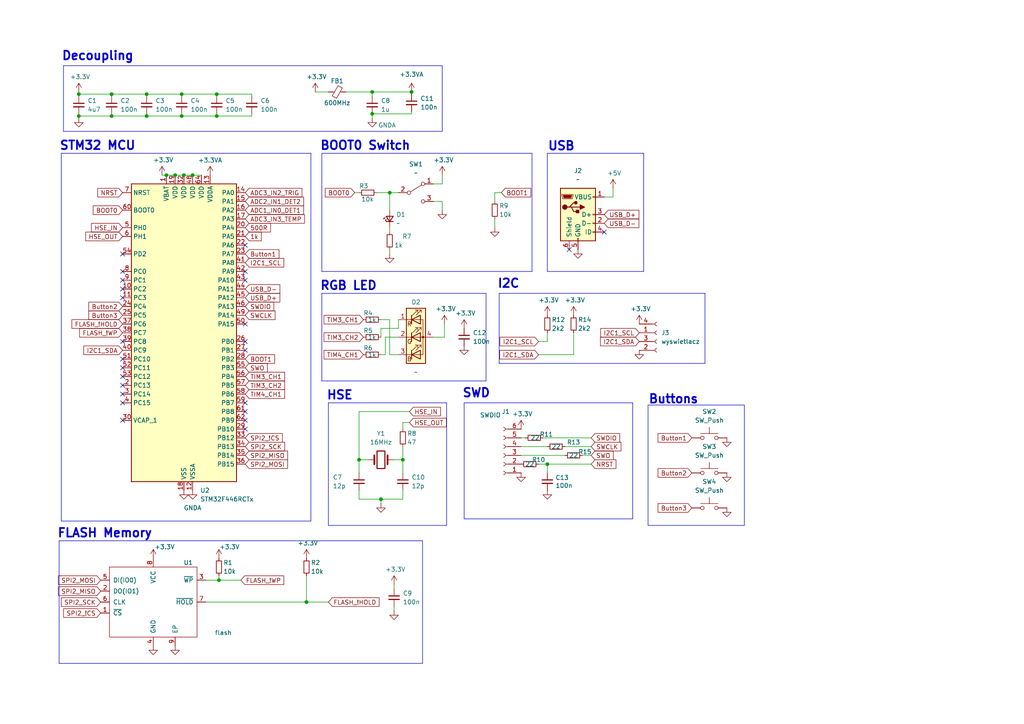
<source format=kicad_sch>
(kicad_sch (version 20231120) (generator "eeschema") (generator_version "8.0")
  (paper "A4")
  (lib_symbols
    (symbol "Connector:Conn_01x04_Socket" (pin_names (offset 1.016) hide)
      (property "Reference" "J3" (at 1.27 0.0001 0))
      (property "Value" "wyswietlacz" (at 1.27 -2.5399 0))
      (symbol "Conn_01x04_Socket_1_1"
        (pin passive line (at -5.08 0 0) (length 3.81) (name "Pin_2") (number "1"))
        (pin passive line (at -5.08 -5.08 0) (length 3.81) (name "Pin_4") (number "2"))
        (pin passive line (at -5.08 -2.54 0) (length 3.81) (name "Pin_3") (number "3"))
        (pin passive line (at -5.08 2.54 0) (length 3.81) (name "Pin_1") (number "4"))
      )
    )
    (symbol "Connector:Conn_01x06_Socket" (pin_names (offset 1.016) hide)
      (property "Reference" "J" (at 0 7.62 0))
      (property "Value" "Conn_01x06_Socket" (at 0 -10.16 0))
      (symbol "Conn_01x06_Socket_1_1"
        (pin passive line (at -5.08 5.08 0) (length 3.81) (name "Pin_1") (number "1"))
        (pin passive line (at -5.08 2.54 0) (length 3.81) (name "Pin_2") (number "2"))
        (pin passive line (at -5.08 0 0) (length 3.81) (name "Pin_3") (number "3"))
        (pin passive line (at -5.08 -2.54 0) (length 3.81) (name "Pin_4") (number "4"))
        (pin passive line (at -5.08 -5.08 0) (length 3.81) (name "Pin_5") (number "5"))
        (pin passive line (at -5.08 -7.62 0) (length 3.81) (name "Pin_6") (number "6"))
      )
    )
    (symbol "Device:C_Small" (pin_numbers hide) (pin_names (offset 0.254) hide)
      (property "Reference" "C" (at 0.254 1.778 0))
      (property "Value" "C_Small" (at 0.254 -2.032 0))
      (symbol "C_Small_1_1"
        (pin passive line (at 0 2.54 270) (length 2.032) (name "~") (number "1"))
        (pin passive line (at 0 -2.54 90) (length 2.032) (name "~") (number "2"))
      )
    )
    (symbol "Device:Crystal" (pin_numbers hide) (pin_names (offset 1.016) hide)
      (property "Reference" "Y" (at 0 3.81 0))
      (property "Value" "Crystal" (at 0 -3.81 0))
      (symbol "Crystal_1_1"
        (pin passive line (at -3.81 0 0) (length 1.27) (name "1") (number "1"))
        (pin passive line (at 3.81 0 180) (length 1.27) (name "2") (number "2"))
      )
    )
    (symbol "Device:LED_RGBA" (pin_names (offset 0) hide)
      (property "Reference" "D" (at 0 9.398 0))
      (property "Value" "LED_RGBA" (at 0 -8.89 0))
      (symbol "LED_RGBA_0_0"
        (text "B" (at -1.905 -6.35 0) (effects (font (size 1.27 1.27))))
        (text "G" (at -1.905 -1.27 0) (effects (font (size 1.27 1.27))))
        (text "R" (at -1.905 3.81 0) (effects (font (size 1.27 1.27))))
      )
      (symbol "LED_RGBA_1_1"
        (pin passive line (at -5.08 5.08 0) (length 2.54) (name "RK") (number "1"))
        (pin passive line (at -5.08 0 0) (length 2.54) (name "GK") (number "2"))
        (pin passive line (at -5.08 -5.08 0) (length 2.54) (name "BK") (number "3"))
        (pin passive line (at 5.08 0 180) (length 2.54) (name "A") (number "4"))
      )
    )
    (symbol "Device:LED_Small" (pin_numbers hide) (pin_names (offset 0.254) hide)
      (property "Reference" "D" (at -1.27 3.175 0))
      (property "Value" "LED_Small" (at -4.445 -2.54 0))
      (symbol "LED_Small_1_1"
        (pin passive line (at -2.54 0 0) (length 1.778) (name "K") (number "1"))
        (pin passive line (at 2.54 0 180) (length 1.778) (name "A") (number "2"))
      )
    )
    (symbol "Device:R_Small" (pin_numbers hide) (pin_names (offset 0.254) hide)
      (property "Reference" "R" (at 0.762 0.508 0))
      (property "Value" "R_Small" (at 0.762 -1.016 0))
      (symbol "R_Small_1_1"
        (pin passive line (at 0 2.54 270) (length 0.762) (name "~") (number "1"))
        (pin passive line (at 0 -2.54 90) (length 0.762) (name "~") (number "2"))
      )
    )
    (symbol "GND_1" (power) (pin_numbers hide) (pin_names (offset 0) hide)
      (property "Value" "GND" (at 0 -3.81 0))
      (symbol "GND_1_1_1"
        (pin power_in line (at 0 0 270) (length 0) (name "~") (number "1"))
      )
    )
    (symbol "MCU_ST_STM32F4:STM32F446RCTx"
      (property "Reference" "U" (at -15.24 44.45 0))
      (property "Value" "STM32F446RCTx" (at 10.16 44.45 0))
      (symbol "STM32F446RCTx_1_1"
        (pin power_in line (at -5.08 45.72 270) (length 2.54) (name "VBAT") (number "1"))
        (pin bidirectional line (at -17.78 12.7 0) (length 2.54) (name "PC2") (number "10"))
        (pin bidirectional line (at -17.78 10.16 0) (length 2.54) (name "PC3") (number "11"))
        (pin power_in line (at 2.54 -45.72 90) (length 2.54) (name "VSSA") (number "12"))
        (pin power_in line (at 7.62 45.72 270) (length 2.54) (name "VDDA") (number "13"))
        (pin bidirectional line (at 17.78 40.64 180) (length 2.54) (name "PA0") (number "14"))
        (pin bidirectional line (at 17.78 38.1 180) (length 2.54) (name "PA1") (number "15"))
        (pin bidirectional line (at 17.78 35.56 180) (length 2.54) (name "PA2") (number "16"))
        (pin bidirectional line (at 17.78 33.02 180) (length 2.54) (name "PA3") (number "17"))
        (pin power_in line (at 0 -45.72 90) (length 2.54) (name "VSS") (number "18"))
        (pin power_in line (at -2.54 45.72 270) (length 2.54) (name "VDD") (number "19"))
        (pin bidirectional line (at -17.78 -15.24 0) (length 2.54) (name "PC13") (number "2"))
        (pin bidirectional line (at 17.78 30.48 180) (length 2.54) (name "PA4") (number "20"))
        (pin bidirectional line (at 17.78 27.94 180) (length 2.54) (name "PA5") (number "21"))
        (pin bidirectional line (at 17.78 25.4 180) (length 2.54) (name "PA6") (number "22"))
        (pin bidirectional line (at 17.78 22.86 180) (length 2.54) (name "PA7") (number "23"))
        (pin bidirectional line (at -17.78 7.62 0) (length 2.54) (name "PC4") (number "24"))
        (pin bidirectional line (at -17.78 5.08 0) (length 2.54) (name "PC5") (number "25"))
        (pin bidirectional line (at 17.78 -2.54 180) (length 2.54) (name "PB0") (number "26"))
        (pin bidirectional line (at 17.78 -5.08 180) (length 2.54) (name "PB1") (number "27"))
        (pin bidirectional line (at 17.78 -7.62 180) (length 2.54) (name "PB2") (number "28"))
        (pin bidirectional line (at 17.78 -27.94 180) (length 2.54) (name "PB10") (number "29"))
        (pin bidirectional line (at -17.78 -17.78 0) (length 2.54) (name "PC14") (number "3"))
        (pin power_out line (at -17.78 -25.4 0) (length 2.54) (name "VCAP_1") (number "30"))
        (pin passive line (at 0 -45.72 90) (length 2.54) hide (name "VSS") (number "31"))
        (pin power_in line (at 0 45.72 270) (length 2.54) (name "VDD") (number "32"))
        (pin bidirectional line (at 17.78 -30.48 180) (length 2.54) (name "PB12") (number "33"))
        (pin bidirectional line (at 17.78 -33.02 180) (length 2.54) (name "PB13") (number "34"))
        (pin bidirectional line (at 17.78 -35.56 180) (length 2.54) (name "PB14") (number "35"))
        (pin bidirectional line (at 17.78 -38.1 180) (length 2.54) (name "PB15") (number "36"))
        (pin bidirectional line (at -17.78 2.54 0) (length 2.54) (name "PC6") (number "37"))
        (pin bidirectional line (at -17.78 0 0) (length 2.54) (name "PC7") (number "38"))
        (pin bidirectional line (at -17.78 -2.54 0) (length 2.54) (name "PC8") (number "39"))
        (pin bidirectional line (at -17.78 -20.32 0) (length 2.54) (name "PC15") (number "4"))
        (pin bidirectional line (at -17.78 -5.08 0) (length 2.54) (name "PC9") (number "40"))
        (pin bidirectional line (at 17.78 20.32 180) (length 2.54) (name "PA8") (number "41"))
        (pin bidirectional line (at 17.78 17.78 180) (length 2.54) (name "PA9") (number "42"))
        (pin bidirectional line (at 17.78 15.24 180) (length 2.54) (name "PA10") (number "43"))
        (pin bidirectional line (at 17.78 12.7 180) (length 2.54) (name "PA11") (number "44"))
        (pin bidirectional line (at 17.78 10.16 180) (length 2.54) (name "PA12") (number "45"))
        (pin bidirectional line (at 17.78 7.62 180) (length 2.54) (name "PA13") (number "46"))
        (pin passive line (at 0 -45.72 90) (length 2.54) hide (name "VSS") (number "47"))
        (pin power_in line (at 2.54 45.72 270) (length 2.54) (name "VDD") (number "48"))
        (pin bidirectional line (at 17.78 5.08 180) (length 2.54) (name "PA14") (number "49"))
        (pin bidirectional line (at -17.78 30.48 0) (length 2.54) (name "PH0") (number "5"))
        (pin bidirectional line (at 17.78 2.54 180) (length 2.54) (name "PA15") (number "50"))
        (pin bidirectional line (at -17.78 -7.62 0) (length 2.54) (name "PC10") (number "51"))
        (pin bidirectional line (at -17.78 -10.16 0) (length 2.54) (name "PC11") (number "52"))
        (pin bidirectional line (at -17.78 -12.7 0) (length 2.54) (name "PC12") (number "53"))
        (pin bidirectional line (at -17.78 22.86 0) (length 2.54) (name "PD2") (number "54"))
        (pin bidirectional line (at 17.78 -10.16 180) (length 2.54) (name "PB3") (number "55"))
        (pin bidirectional line (at 17.78 -12.7 180) (length 2.54) (name "PB4") (number "56"))
        (pin bidirectional line (at 17.78 -15.24 180) (length 2.54) (name "PB5") (number "57"))
        (pin bidirectional line (at 17.78 -17.78 180) (length 2.54) (name "PB6") (number "58"))
        (pin bidirectional line (at 17.78 -20.32 180) (length 2.54) (name "PB7") (number "59"))
        (pin bidirectional line (at -17.78 27.94 0) (length 2.54) (name "PH1") (number "6"))
        (pin input line (at -17.78 35.56 0) (length 2.54) (name "BOOT0") (number "60"))
        (pin bidirectional line (at 17.78 -22.86 180) (length 2.54) (name "PB8") (number "61"))
        (pin bidirectional line (at 17.78 -25.4 180) (length 2.54) (name "PB9") (number "62"))
        (pin passive line (at 0 -45.72 90) (length 2.54) hide (name "VSS") (number "63"))
        (pin power_in line (at 5.08 45.72 270) (length 2.54) (name "VDD") (number "64"))
        (pin input line (at -17.78 40.64 0) (length 2.54) (name "NRST") (number "7"))
        (pin bidirectional line (at -17.78 17.78 0) (length 2.54) (name "PC0") (number "8"))
        (pin bidirectional line (at -17.78 15.24 0) (length 2.54) (name "PC1") (number "9"))
      )
    )
    (symbol "RBoard-rescue:+3.3V-power" (power) (pin_names (offset 0))
      (property "Value" "+3.3V-power" (at 0 3.556 0))
      (symbol "+3.3V-power_1_1"
        (pin power_in line (at 0 0 90) (length 0) hide (name "+3V3") (number "1"))
      )
    )
    (symbol "RBoard-rescue:Ferrite_Bead_Small-Device" (pin_numbers hide) (pin_names (offset 0))
      (property "Reference" "FB" (at 1.905 1.27 0))
      (property "Value" "Ferrite_Bead_Small-Device" (at 1.905 -1.27 0))
      (symbol "Ferrite_Bead_Small-Device_1_1"
        (pin passive line (at 0 2.54 270) (length 1.27) (name "~") (number "1"))
        (pin passive line (at 0 -2.54 90) (length 1.27) (name "~") (number "2"))
      )
    )
    (symbol "RBoard-rescue:USB_B_Micro-Connector" (pin_names (offset 1.016))
      (property "Reference" "J" (at -5.08 11.43 0))
      (property "Value" "USB_B_Micro-Connector" (at -5.08 8.89 0))
      (symbol "USB_B_Micro-Connector_1_1"
        (pin power_out line (at 7.62 5.08 180) (length 2.54) (name "VBUS") (number "1"))
        (pin passive line (at 7.62 -2.54 180) (length 2.54) (name "D-") (number "2"))
        (pin passive line (at 7.62 0 180) (length 2.54) (name "D+") (number "3"))
        (pin passive line (at 7.62 -5.08 180) (length 2.54) (name "ID") (number "4"))
        (pin power_out line (at 0 -10.16 90) (length 2.54) (name "GND") (number "5"))
        (pin passive line (at -2.54 -10.16 90) (length 2.54) (name "Shield") (number "6"))
      )
    )
    (symbol "RBoard-rescue:W25N01GVZEIG-SchmillipKiCADLibrary" (pin_names (offset 1.016))
      (property "Reference" "U" (at 12.065 11.43 0))
      (property "Value" "W25N01GVZEIG-SchmillipKiCADLibrary" (at 7.62 -11.43 0))
      (symbol "W25N01GVZEIG-SchmillipKiCADLibrary_1_1"
        (pin input line (at -15.24 -3.175 0) (length 2.54) (name "~{CS}") (number "1"))
        (pin output line (at -15.24 3.175 0) (length 2.54) (name "DO(IO1)") (number "2"))
        (pin input line (at 15.24 6.35 180) (length 2.54) (name "~{WP}") (number "3"))
        (pin power_in line (at 0 -12.7 90) (length 2.54) (name "GND") (number "4"))
        (pin input line (at -15.24 6.35 0) (length 2.54) (name "DI(IO0)") (number "5"))
        (pin input line (at -15.24 0 0) (length 2.54) (name "CLK") (number "6"))
        (pin input line (at 15.24 0 180) (length 2.54) (name "~{HOLD}") (number "7"))
        (pin power_in line (at 0 12.7 270) (length 2.54) (name "VCC") (number "8"))
        (pin unspecified line (at 6.35 -12.7 90) (length 2.54) (name "EP") (number "9"))
      )
    )
    (symbol "Switch:SW_Push" (pin_numbers hide) (pin_names (offset 1.016) hide)
      (property "Reference" "SW" (at 1.27 2.54 0))
      (property "Value" "SW_Push" (at 0 -1.524 0))
      (symbol "SW_Push_0_1"
        (pin passive line (at -5.08 0 0) (length 2.54) (name "1") (number "1"))
        (pin passive line (at 5.08 0 180) (length 2.54) (name "2") (number "2"))
      )
    )
    (symbol "Switch:SW_SPDT" (pin_names (offset 0) hide)
      (property "Reference" "SW" (at 0 4.318 0))
      (property "Value" "SW_SPDT" (at 0 -5.08 0))
      (symbol "SW_SPDT_1_1"
        (pin passive line (at 5.08 2.54 180) (length 2.54) (name "A") (number "1"))
        (pin passive line (at -5.08 0 0) (length 2.54) (name "B") (number "2"))
        (pin passive line (at 5.08 -2.54 180) (length 2.54) (name "C") (number "3"))
      )
    )
    (symbol "power:+3.3VA" (power) (pin_numbers hide) (pin_names (offset 0) hide)
      (property "Value" "+3.3VA" (at 0 3.556 0))
      (symbol "+3.3VA_1_1"
        (pin power_in line (at 0 0 90) (length 0) (name "~") (number "1"))
      )
    )
    (symbol "power:+5V" (power) (pin_names (offset 0))
      (property "Value" "+5V" (at 0 3.556 0))
      (symbol "+5V_1_1"
        (pin power_in line (at 0 0 90) (length 0) hide (name "+5V") (number "1"))
      )
    )
    (symbol "power:GNDA" (power) (pin_numbers hide) (pin_names (offset 0) hide)
      (property "Value" "GNDA" (at 0 -3.81 0))
      (symbol "GNDA_1_1"
        (pin power_in line (at 0 0 270) (length 0) (name "~") (number "1"))
      )
    )
  )
  (junction (at 53.34 50.8))
  (junction (at 48.26 50.8))
  (junction (at 113.03 55.88))
  (junction (at 52.705 33.655))
  (junction (at 158.75 134.62))
  (junction (at 50.8 50.8))
  (junction (at 22.86 33.655))
  (junction (at 22.86 27.305))
  (junction (at 32.385 33.655))
  (junction (at 32.385 27.305))
  (junction (at 63.5 168.275))
  (junction (at 52.705 27.305))
  (junction (at 42.545 27.305))
  (junction (at 119.38 26.67))
  (junction (at 110.49 144.78))
  (junction (at 62.865 27.305))
  (junction (at 104.14 133.35))
  (junction (at 116.84 133.35))
  (junction (at 107.95 26.67))
  (junction (at 55.88 50.8))
  (junction (at 42.545 33.655))
  (junction (at 107.95 33.02))
  (junction (at 88.9 174.625))
  (junction (at 62.865 33.655))
  (no_connect (at 35.56 81.28))
  (no_connect (at 35.56 83.82))
  (no_connect (at 175.26 67.31))
  (no_connect (at 35.56 106.68))
  (no_connect (at 35.56 99.06))
  (no_connect (at 165.1 72.39))
  (no_connect (at 71.12 116.84))
  (no_connect (at 35.56 116.84))
  (no_connect (at 35.56 114.3))
  (no_connect (at 71.12 121.92))
  (no_connect (at 35.56 121.92))
  (no_connect (at 71.12 93.98))
  (no_connect (at 71.12 71.12))
  (no_connect (at 71.12 81.28))
  (no_connect (at 35.56 73.66))
  (no_connect (at 35.56 78.74))
  (no_connect (at 71.12 78.74))
  (no_connect (at 35.56 86.36))
  (no_connect (at 35.56 111.76))
  (no_connect (at 71.12 101.6))
  (no_connect (at 71.12 124.46))
  (no_connect (at 35.56 109.22))
  (no_connect (at 71.12 99.06))
  (no_connect (at 71.12 119.38))
  (no_connect (at 35.56 104.14))
  (wire (pts (xy 50.8 50.8) (xy 48.26 50.8)))
  (polyline (pts (xy 17.145 156.845) (xy 122.555 156.845)))
  (polyline (pts (xy 140.97 85.09) (xy 140.97 110.49)))
  (polyline (pts (xy 129.54 116.84) (xy 129.54 152.4)))
  (polyline (pts (xy 144.78 85.09) (xy 144.78 105.41)))
  (wire (pts (xy 104.14 119.38) (xy 104.14 133.35)))
  (wire (pts (xy 22.86 27.305) (xy 22.86 27.94)))
  (wire (pts (xy 42.545 33.02) (xy 42.545 33.655)))
  (wire (pts (xy 118.745 122.555) (xy 116.84 122.555)))
  (wire (pts (xy 177.8 54.61) (xy 177.8 57.15)))
  (wire (pts (xy 119.38 33.02) (xy 119.38 32.385)))
  (polyline (pts (xy 183.515 150.495) (xy 134.62 150.495)))
  (wire (pts (xy 171.45 127) (xy 157.48 127)))
  (wire (pts (xy 143.51 55.88) (xy 143.51 58.42)))
  (wire (pts (xy 151.13 132.08) (xy 163.83 132.08)))
  (wire (pts (xy 53.34 50.8) (xy 50.8 50.8)))
  (polyline (pts (xy 93.345 110.49) (xy 140.97 110.49)))
  (polyline (pts (xy 204.47 105.41) (xy 204.47 85.09)))
  (polyline (pts (xy 158.75 44.45) (xy 158.75 78.74)))
  (polyline (pts (xy 95.25 152.4) (xy 129.54 152.4)))
  (polyline (pts (xy 154.305 78.74) (xy 154.305 44.45)))
  (wire (pts (xy 48.26 50.8) (xy 46.99 50.8)))
  (wire (pts (xy 52.705 33.655) (xy 62.865 33.655)))
  (wire (pts (xy 22.86 33.655) (xy 22.86 33.02)))
  (wire (pts (xy 116.84 137.16) (xy 116.84 133.35)))
  (wire (pts (xy 156.21 102.87) (xy 166.37 102.87)))
  (wire (pts (xy 62.865 33.655) (xy 73.025 33.655)))
  (wire (pts (xy 177.8 57.15) (xy 175.26 57.15)))
  (wire (pts (xy 115.57 55.88) (xy 113.03 55.88)))
  (wire (pts (xy 42.545 27.305) (xy 52.705 27.305)))
  (wire (pts (xy 52.705 27.94) (xy 52.705 27.305)))
  (wire (pts (xy 125.73 53.34) (xy 128.27 53.34)))
  (wire (pts (xy 171.45 132.08) (xy 168.91 132.08)))
  (wire (pts (xy 158.75 134.62) (xy 156.21 134.62)))
  (polyline (pts (xy 134.62 150.495) (xy 134.62 116.84)))
  (polyline (pts (xy 186.69 78.74) (xy 186.69 44.45)))
  (wire (pts (xy 95.25 174.625) (xy 88.9 174.625)))
  (wire (pts (xy 143.51 63.5) (xy 143.51 66.04)))
  (polyline (pts (xy 18.415 19.05) (xy 128.27 19.05)))
  (wire (pts (xy 116.84 129.54) (xy 116.84 133.35)))
  (wire (pts (xy 58.42 50.8) (xy 55.88 50.8)))
  (wire (pts (xy 158.75 137.16) (xy 158.75 134.62)))
  (wire (pts (xy 59.69 168.275) (xy 63.5 168.275)))
  (wire (pts (xy 88.9 174.625) (xy 88.9 167.005)))
  (wire (pts (xy 42.545 33.655) (xy 52.705 33.655)))
  (wire (pts (xy 113.03 92.71) (xy 113.03 102.87)))
  (wire (pts (xy 62.865 27.94) (xy 62.865 27.305)))
  (wire (pts (xy 42.545 27.94) (xy 42.545 27.305)))
  (polyline (pts (xy 95.25 152.4) (xy 95.25 116.84)))
  (polyline (pts (xy 90.17 44.45) (xy 90.17 151.13)))
  (wire (pts (xy 158.75 129.54) (xy 151.13 129.54)))
  (wire (pts (xy 110.49 95.25) (xy 115.57 95.25)))
  (polyline (pts (xy 158.75 44.45) (xy 186.69 44.45)))
  (wire (pts (xy 113.03 102.87) (xy 115.57 102.87)))
  (polyline (pts (xy 18.415 19.05) (xy 18.415 38.1)))
  (wire (pts (xy 102.87 55.88) (xy 104.14 55.88)))
  (polyline (pts (xy 128.27 38.1) (xy 128.27 19.05)))
  (wire (pts (xy 91.44 26.67) (xy 95.25 26.67)))
  (wire (pts (xy 62.865 27.305) (xy 73.025 27.305)))
  (polyline (pts (xy 93.345 85.09) (xy 140.97 85.09)))
  (wire (pts (xy 22.86 26.67) (xy 22.86 27.305)))
  (wire (pts (xy 55.88 50.8) (xy 53.34 50.8)))
  (polyline (pts (xy 17.78 151.13) (xy 90.17 151.13)))
  (wire (pts (xy 128.27 58.42) (xy 125.73 58.42)))
  (wire (pts (xy 62.865 33.02) (xy 62.865 33.655)))
  (wire (pts (xy 73.025 33.655) (xy 73.025 33.02)))
  (wire (pts (xy 22.86 33.655) (xy 32.385 33.655)))
  (polyline (pts (xy 17.145 192.405) (xy 17.145 156.845)))
  (wire (pts (xy 110.49 144.78) (xy 116.84 144.78)))
  (wire (pts (xy 111.76 97.79) (xy 115.57 97.79)))
  (polyline (pts (xy 17.145 192.405) (xy 122.555 192.405)))
  (wire (pts (xy 32.385 27.94) (xy 32.385 27.305)))
  (wire (pts (xy 116.84 122.555) (xy 116.84 124.46)))
  (wire (pts (xy 163.83 129.54) (xy 171.45 129.54)))
  (wire (pts (xy 166.37 102.87) (xy 166.37 96.52)))
  (wire (pts (xy 128.905 97.79) (xy 125.73 97.79)))
  (wire (pts (xy 73.025 27.305) (xy 73.025 27.94)))
  (wire (pts (xy 32.385 33.655) (xy 42.545 33.655)))
  (wire (pts (xy 152.4 127) (xy 151.13 127)))
  (wire (pts (xy 69.85 168.275) (xy 63.5 168.275)))
  (wire (pts (xy 113.03 73.66) (xy 113.03 72.39)))
  (wire (pts (xy 128.27 53.34) (xy 128.27 50.8)))
  (wire (pts (xy 145.415 55.88) (xy 143.51 55.88)))
  (wire (pts (xy 116.84 144.78) (xy 116.84 142.24)))
  (wire (pts (xy 111.76 102.87) (xy 111.76 97.79)))
  (wire (pts (xy 119.38 27.305) (xy 119.38 26.67)))
  (wire (pts (xy 107.95 33.02) (xy 119.38 33.02)))
  (wire (pts (xy 32.385 27.305) (xy 42.545 27.305)))
  (wire (pts (xy 107.95 26.67) (xy 100.33 26.67)))
  (wire (pts (xy 110.49 144.78) (xy 104.14 144.78)))
  (wire (pts (xy 113.03 60.96) (xy 113.03 55.88)))
  (polyline (pts (xy 93.345 78.74) (xy 154.305 78.74)))
  (wire (pts (xy 52.705 33.02) (xy 52.705 33.655)))
  (wire (pts (xy 22.86 27.305) (xy 32.385 27.305)))
  (wire (pts (xy 114.3 169.545) (xy 114.3 170.815)))
  (wire (pts (xy 110.49 97.79) (xy 110.49 95.25)))
  (wire (pts (xy 104.14 119.38) (xy 118.745 119.38)))
  (wire (pts (xy 107.95 26.67) (xy 119.38 26.67)))
  (polyline (pts (xy 18.415 38.1) (xy 128.27 38.1)))
  (wire (pts (xy 113.03 67.31) (xy 113.03 66.04)))
  (polyline (pts (xy 95.25 116.84) (xy 129.54 116.84)))
  (polyline (pts (xy 93.345 44.45) (xy 93.345 78.74)))
  (wire (pts (xy 110.49 92.71) (xy 113.03 92.71)))
  (wire (pts (xy 107.95 34.29) (xy 107.95 33.02)))
  (wire (pts (xy 104.14 137.16) (xy 104.14 133.35)))
  (wire (pts (xy 110.49 146.05) (xy 110.49 144.78)))
  (polyline (pts (xy 93.345 110.49) (xy 93.345 85.09)))
  (wire (pts (xy 116.84 133.35) (xy 114.3 133.35)))
  (polyline (pts (xy 144.78 85.09) (xy 204.47 85.09)))
  (wire (pts (xy 115.57 92.71) (xy 115.57 95.25)))
  (wire (pts (xy 109.22 55.88) (xy 113.03 55.88)))
  (polyline (pts (xy 144.78 105.41) (xy 204.47 105.41)))
  (wire (pts (xy 128.905 93.98) (xy 128.905 97.79)))
  (polyline (pts (xy 183.515 116.84) (xy 183.515 150.495)))
  (wire (pts (xy 52.705 27.305) (xy 62.865 27.305)))
  (wire (pts (xy 63.5 168.275) (xy 63.5 167.005)))
  (polyline (pts (xy 122.555 156.845) (xy 122.555 192.405)))
  (polyline (pts (xy 134.62 116.84) (xy 183.515 116.84)))
  (wire (pts (xy 158.75 99.06) (xy 158.75 96.52)))
  (wire (pts (xy 107.95 27.94) (xy 107.95 26.67)))
  (wire (pts (xy 110.49 102.87) (xy 111.76 102.87)))
  (wire (pts (xy 156.21 99.06) (xy 158.75 99.06)))
  (wire (pts (xy 114.3 175.895) (xy 114.3 177.165)))
  (wire (pts (xy 59.69 174.625) (xy 88.9 174.625)))
  (polyline (pts (xy 154.305 44.45) (xy 93.345 44.45)))
  (polyline (pts (xy 17.78 44.45) (xy 90.17 44.45)))
  (wire (pts (xy 171.45 134.62) (xy 158.75 134.62)))
  (wire (pts (xy 32.385 33.02) (xy 32.385 33.655)))
  (wire (pts (xy 104.14 144.78) (xy 104.14 142.24)))
  (wire (pts (xy 22.86 34.29) (xy 22.86 33.655)))
  (wire (pts (xy 104.14 133.35) (xy 106.68 133.35)))
  (wire (pts (xy 128.27 58.42) (xy 128.27 60.96)))
  (polyline (pts (xy 158.75 78.74) (xy 186.69 78.74)))
  (polyline (pts (xy 17.78 151.13) (xy 17.78 44.45)))
  (rectangle (start 187.96 117.475) (end 215.9 152.4))
  (text "USB" (at 158.75 43.942 0) (effects (font (size 2.4892 2.4892) (thickness 0.4978) (bold yes)) (justify left bottom)))
  (text "STM32 MCU" (at 17.145 43.815 0) (effects (font (size 2.4892 2.4892) (thickness 0.4978) (bold yes)) (justify left bottom)))
  (text "I2C " (at 144.145 83.82 0) (effects (font (size 2.4892 2.4892) (thickness 0.4978) (bold yes)) (justify left bottom)))
  (text "HSE" (at 94.615 116.205 0) (effects (font (size 2.4892 2.4892) (thickness 0.4978) (bold yes)) (justify left bottom)))
  (text "BOOT0 Switch" (at 92.71 43.815 0) (effects (font (size 2.4892 2.4892) (thickness 0.4978) (bold yes)) (justify left bottom)))
  (text "RGB LED" (at 92.71 84.455 0) (effects (font (size 2.4892 2.4892) (thickness 0.4978) (bold yes)) (justify left bottom)))
  (text "FLASH Memory" (at 16.51 156.21 0) (effects (font (size 2.4892 2.4892) (thickness 0.4978) (bold yes)) (justify left bottom)))
  (text "SWD" (at 133.985 115.57 0) (effects (font (size 2.4892 2.4892) (thickness 0.4978) (bold yes)) (justify left bottom)))
  (text "Decoupling" (at 17.78 17.78 0) (effects (font (size 2.4892 2.4892) (thickness 0.4978) (bold yes)) (justify left bottom)))
  (text "Buttons\n" (at 187.96 117.348 0) (effects (font (size 2.4892 2.4892) (thickness 0.4978) (bold yes)) (justify left bottom)))
  (global_label "SPI2_MOSI" (shape input) (at 29.21 168.275 180) (property "Intersheetrefs" "${INTERSHEET_REFS}" (effects (hide yes))))
  (global_label "Button1" (shape input) (at 71.12 73.66 0) (property "Intersheetrefs" "${INTERSHEET_REFS}" (effects (hide yes))))
  (global_label "TIM3_CH2" (shape input) (at 71.12 111.76 0) (property "Intersheetrefs" "${INTERSHEET_REFS}" (effects (hide yes))))
  (global_label "NRST" (shape input) (at 35.56 55.88 180) (property "Intersheetrefs" "${INTERSHEET_REFS}" (effects (hide yes))))
  (global_label "SPI2_MISO" (shape input) (at 71.12 132.08 0) (property "Intersheetrefs" "${INTERSHEET_REFS}" (effects (hide yes))))
  (global_label "SPI2_SCK" (shape input) (at 71.12 129.54 0) (property "Intersheetrefs" "${INTERSHEET_REFS}" (effects (hide yes))))
  (global_label "500R" (shape input) (at 71.12 66.04 0) (property "Intersheetrefs" "${INTERSHEET_REFS}" (effects (hide yes))))
  (global_label "SPI2_MISO" (shape input) (at 29.21 171.45 180) (property "Intersheetrefs" "${INTERSHEET_REFS}" (effects (hide yes))))
  (global_label "HSE_IN" (shape input) (at 35.56 66.04 180) (property "Intersheetrefs" "${INTERSHEET_REFS}" (effects (hide yes))))
  (global_label "TIM4_CH1" (shape input) (at 71.12 114.3 0) (property "Intersheetrefs" "${INTERSHEET_REFS}" (effects (hide yes))))
  (global_label "I2C1_SCL" (shape input) (at 71.12 76.2 0) (property "Intersheetrefs" "${INTERSHEET_REFS}" (effects (hide yes))))
  (global_label "SWCLK" (shape input) (at 171.45 129.54 0) (property "Intersheetrefs" "${INTERSHEET_REFS}" (effects (hide yes))))
  (global_label "BOOT0" (shape input) (at 35.56 60.96 180) (property "Intersheetrefs" "${INTERSHEET_REFS}" (effects (hide yes))))
  (global_label "TIM3_CH1" (shape input) (at 71.12 109.22 0) (property "Intersheetrefs" "${INTERSHEET_REFS}" (effects (hide yes))))
  (global_label "I2C1_SDA" (shape input) (at 156.21 102.87 180) (property "Intersheetrefs" "${INTERSHEET_REFS}" (effects (hide yes))))
  (global_label "BOOT0" (shape input) (at 102.87 55.88 180) (property "Intersheetrefs" "${INTERSHEET_REFS}" (effects (hide yes))))
  (global_label "I2C1_SCL" (shape input) (at 156.21 99.06 180) (property "Intersheetrefs" "${INTERSHEET_REFS}" (effects (hide yes))))
  (global_label "FLASH_!WP" (shape input) (at 35.56 96.52 180) (property "Intersheetrefs" "${INTERSHEET_REFS}" (effects (hide yes))))
  (global_label "SWO" (shape input) (at 71.12 106.68 0) (property "Intersheetrefs" "${INTERSHEET_REFS}" (effects (hide yes))))
  (global_label "ADC3_IN3_TEMP" (shape input) (at 71.12 63.5 0) (property "Intersheetrefs" "${INTERSHEET_REFS}" (effects (hide yes))))
  (global_label "SWO" (shape input) (at 171.45 132.08 0) (property "Intersheetrefs" "${INTERSHEET_REFS}" (effects (hide yes))))
  (global_label "HSE_IN" (shape input) (at 118.745 119.38 0) (property "Intersheetrefs" "${INTERSHEET_REFS}" (effects (hide yes))))
  (global_label "FLASH_!HOLD" (shape input) (at 95.25 174.625 0) (property "Intersheetrefs" "${INTERSHEET_REFS}" (effects (hide yes))))
  (global_label "FLASH_!HOLD" (shape input) (at 35.56 93.98 180) (property "Intersheetrefs" "${INTERSHEET_REFS}" (effects (hide yes))))
  (global_label "I2C1_SCL" (shape input) (at 185.42 96.52 180) (property "Intersheetrefs" "${INTERSHEET_REFS}" (effects (hide yes))))
  (global_label "SWDIO" (shape input) (at 71.12 88.9 0) (property "Intersheetrefs" "${INTERSHEET_REFS}" (effects (hide yes))))
  (global_label "TIM3_CH2" (shape input) (at 105.41 97.79 180) (property "Intersheetrefs" "${INTERSHEET_REFS}" (effects (hide yes))))
  (global_label "SPI2_MOSI" (shape input) (at 71.12 134.62 0) (property "Intersheetrefs" "${INTERSHEET_REFS}" (effects (hide yes))))
  (global_label "SPI2_!CS" (shape input) (at 71.12 127 0) (property "Intersheetrefs" "${INTERSHEET_REFS}" (effects (hide yes))))
  (global_label "USB_D-" (shape input) (at 175.26 64.77 0) (property "Intersheetrefs" "${INTERSHEET_REFS}" (effects (hide yes))))
  (global_label "Button3" (shape input) (at 200.66 147.32 180) (property "Intersheetrefs" "${INTERSHEET_REFS}" (effects (hide yes))))
  (global_label "TIM3_CH1" (shape input) (at 105.41 92.71 180) (property "Intersheetrefs" "${INTERSHEET_REFS}" (effects (hide yes))))
  (global_label "USB_D+" (shape input) (at 175.26 62.23 0) (property "Intersheetrefs" "${INTERSHEET_REFS}" (effects (hide yes))))
  (global_label "ADC3_IN2_TRIG" (shape input) (at 71.12 55.88 0) (property "Intersheetrefs" "${INTERSHEET_REFS}" (effects (hide yes))))
  (global_label "Button2" (shape input) (at 200.66 137.16 180) (property "Intersheetrefs" "${INTERSHEET_REFS}" (effects (hide yes))))
  (global_label "I2C1_SDA" (shape input) (at 35.56 101.6 180) (property "Intersheetrefs" "${INTERSHEET_REFS}" (effects (hide yes))))
  (global_label "I2C1_SDA" (shape input) (at 185.42 99.06 180) (property "Intersheetrefs" "${INTERSHEET_REFS}" (effects (hide yes))))
  (global_label "USB_D-" (shape input) (at 71.12 83.82 0) (property "Intersheetrefs" "${INTERSHEET_REFS}" (effects (hide yes))))
  (global_label "USB_D+" (shape input) (at 71.12 86.36 0) (property "Intersheetrefs" "${INTERSHEET_REFS}" (effects (hide yes))))
  (global_label "BOOT1" (shape input) (at 71.12 104.14 0) (property "Intersheetrefs" "${INTERSHEET_REFS}" (effects (hide yes))))
  (global_label "1k" (shape input) (at 71.12 68.58 0) (property "Intersheetrefs" "${INTERSHEET_REFS}" (effects (hide yes))))
  (global_label "SWDIO" (shape input) (at 171.45 127 0) (property "Intersheetrefs" "${INTERSHEET_REFS}" (effects (hide yes))))
  (global_label "SPI2_!CS" (shape input) (at 29.21 177.8 180) (property "Intersheetrefs" "${INTERSHEET_REFS}" (effects (hide yes))))
  (global_label "SPI2_SCK" (shape input) (at 29.21 174.625 180) (property "Intersheetrefs" "${INTERSHEET_REFS}" (effects (hide yes))))
  (global_label "NRST" (shape input) (at 171.45 134.62 0) (property "Intersheetrefs" "${INTERSHEET_REFS}" (effects (hide yes))))
  (global_label "Button2" (shape input) (at 35.56 88.9 180) (property "Intersheetrefs" "${INTERSHEET_REFS}" (effects (hide yes))))
  (global_label "TIM4_CH1" (shape input) (at 105.41 102.87 180) (property "Intersheetrefs" "${INTERSHEET_REFS}" (effects (hide yes))))
  (global_label "HSE_OUT" (shape input) (at 35.56 68.58 180) (property "Intersheetrefs" "${INTERSHEET_REFS}" (effects (hide yes))))
  (global_label "ADC1_IN0_DET1" (shape input) (at 71.12 60.96 0) (property "Intersheetrefs" "${INTERSHEET_REFS}" (effects (hide yes))))
  (global_label "HSE_OUT" (shape input) (at 118.745 122.555 0) (property "Intersheetrefs" "${INTERSHEET_REFS}" (effects (hide yes))))
  (global_label "ADC2_IN1_DET2" (shape input) (at 71.12 58.42 0) (property "Intersheetrefs" "${INTERSHEET_REFS}" (effects (hide yes))))
  (global_label "Button3" (shape input) (at 35.56 91.44 180) (property "Intersheetrefs" "${INTERSHEET_REFS}" (effects (hide yes))))
  (global_label "BOOT1" (shape input) (at 145.415 55.88 0) (property "Intersheetrefs" "${INTERSHEET_REFS}" (effects (hide yes))))
  (global_label "Button1" (shape input) (at 200.66 127 180) (property "Intersheetrefs" "${INTERSHEET_REFS}" (effects (hide yes))))
  (global_label "SWCLK" (shape input) (at 71.12 91.44 0) (property "Intersheetrefs" "${INTERSHEET_REFS}" (effects (hide yes))))
  (global_label "FLASH_!WP" (shape input) (at 69.85 168.275 0) (property "Intersheetrefs" "${INTERSHEET_REFS}" (effects (hide yes))))
  (symbol (lib_id "RBoard-rescue:+3.3V-power") (at 46.99 50.8 0) (unit 1)
    (property "Reference" "#PWR05" (effects (hide yes)))
    (property "Value" "+3.3V" (at 47.371 46.4058 0))
  )
  (symbol (lib_id "RBoard-rescue:+3.3V-power") (at 185.42 93.98 0) (unit 1)
    (property "Reference" "#PWR032" (effects (hide yes)))
    (property "Value" "+3.3V" (at 185.801 89.5858 0))
  )
  (symbol (lib_id "Device:C_Small") (at 116.84 139.7 0) (unit 1)
    (property "Reference" "C10" (at 119.38 138.43 0) (effects (justify left)))
    (property "Value" "12p" (at 119.38 140.97 0) (effects (justify left)))
    (property "Footprint" "Capacitor_SMD:C_0402_1005Metric" (effects (hide yes)))
    (property "LCSC Part #" "C1547" (effects (hide yes)))
  )
  (symbol (lib_id "Device:R_Small") (at 166.37 132.08 270) (unit 1)
    (property "Reference" "R15" (at 169.672 131.064 90))
    (property "Value" "22" (at 166.37 132.08 90))
    (property "Footprint" "Resistor_SMD:R_0402_1005Metric" (effects (hide yes)))
    (property "LCSC Part #" "C25092" (effects (hide yes)))
  )
  (symbol (lib_id "Switch:SW_SPDT") (at 120.65 55.88 0) (unit 1)
    (property "Reference" "SW1" (at 120.65 47.625 0))
    (property "Value" "~" (at 120.65 50.165 0))
    (property "Footprint" "Jumper:SolderJumper-3_P1.3mm_Open_RoundedPad1.0x1.5mm" (effects (hide yes)))
  )
  (symbol (lib_id "Switch:SW_Push") (at 205.74 127 0) (unit 1)
    (property "Reference" "SW2" (at 205.74 119.38 0))
    (property "Value" "SW_Push" (at 205.74 121.92 0))
    (property "Footprint" "Connector_PinHeader_2.54mm:PinHeader_1x02_P2.54mm_Vertical" (effects (hide yes)))
    (property "Description" "Push button switch, generic, two pins" (effects (hide yes)))
  )
  (symbol (lib_id "power:GNDA") (at 107.95 34.29 0) (unit 1)
    (property "Reference" "#PWR013" (effects (hide yes)))
    (property "Value" "GNDA" (at 112.268 36.322 0))
    (property "Description" "Power symbol creates a global label with name \"GNDA\" , analog ground" (effects (hide yes)))
  )
  (symbol (lib_id "RBoard-rescue:+3.3V-power") (at 134.62 95.25 0) (unit 1)
    (property "Reference" "#PWR022" (effects (hide yes)))
    (property "Value" "+3.3V" (at 135.001 90.8558 0))
  )
  (symbol (lib_id "Switch:SW_Push") (at 205.74 137.16 0) (unit 1)
    (property "Reference" "SW3" (at 205.74 129.54 0))
    (property "Value" "SW_Push" (at 205.74 132.08 0))
    (property "Footprint" "Connector_PinHeader_2.54mm:PinHeader_1x02_P2.54mm_Vertical" (effects (hide yes)))
    (property "Description" "Push button switch, generic, two pins" (effects (hide yes)))
  )
  (symbol (lib_id "Device:LED_Small") (at 113.03 63.5 90) (unit 1)
    (property "Reference" "D1" (at 114.935 62.23 90) (effects (justify right)))
    (property "Value" "~" (at 114.935 64.77 90) (effects (justify right)))
    (property "Footprint" "LED_SMD:LED_0805_2012Metric" (effects (hide yes)))
    (property "LCSC Part #" "C2286" (effects (hide yes)))
  )
  (symbol (lib_id "Device:R_Small") (at 106.68 55.88 270) (unit 1)
    (property "Reference" "R3" (at 104.14 53.975 90) (effects (justify left)))
    (property "Value" "10k" (at 104.775 57.785 90) (effects (justify left)))
    (property "Footprint" "Resistor_SMD:R_0402_1005Metric" (effects (hide yes)))
    (property "LCSC Part #" "C25744" (effects (hide yes)))
  )
  (symbol (lib_id "RBoard-rescue:+3.3V-power") (at 88.9 161.925 0) (unit 1)
    (property "Reference" "#PWR011" (effects (hide yes)))
    (property "Value" "+3.3V" (at 89.281 157.5308 0))
  )
  (symbol (lib_id "Device:R_Small") (at 158.75 93.98 0) (unit 1)
    (property "Reference" "R12" (at 160.02 92.71 0) (effects (justify left)))
    (property "Value" "2k2" (at 160.02 95.25 0) (effects (justify left)))
    (property "Footprint" "Resistor_SMD:R_0603_1608Metric" (effects (hide yes)))
    (property "LCSC Part #" "C25879" (effects (hide yes)))
  )
  (symbol (lib_id "RBoard-rescue:+3.3V-power") (at 63.5 161.925 0) (unit 1)
    (property "Reference" "#PWR010" (effects (hide yes)))
    (property "Value" "+3.3V" (at 66.548 158.623 0))
  )
  (symbol (lib_id "RBoard-rescue:+3.3V-power") (at 91.44 26.67 0) (unit 1)
    (property "Reference" "#PWR012" (effects (hide yes)))
    (property "Value" "+3.3V" (at 91.821 22.2758 0))
  )
  (symbol (lib_name "GND_1") (lib_id "power:GND") (at 167.64 72.39 0) (unit 1)
    (property "Reference" "#PWR030" (effects (hide yes)))
    (property "Value" "GND" (effects (hide yes)))
    (property "Description" "Power symbol creates a global label with name \"GND\" , ground" (effects (hide yes)))
  )
  (symbol (lib_id "Connector:Conn_01x04_Socket") (at 190.5 96.52 0) (unit 1)
    (property "Reference" "J3" (at 191.77 96.5199 0) (effects (justify left)))
    (property "Value" "wyswietlacz" (at 191.77 99.0599 0) (effects (justify left)))
    (property "Footprint" "Connector_PinSocket_2.54mm:PinSocket_1x04_P2.54mm_Vertical" (effects (hide yes)))
    (property "Description" "Generic connector, single row, 01x04, script generated" (effects (hide yes)))
  )
  (symbol (lib_name "GND_1") (lib_id "power:GND") (at 53.34 142.24 0) (unit 1)
    (property "Reference" "#PWR07" (effects (hide yes)))
    (property "Value" "GND" (effects (hide yes)))
    (property "Description" "Power symbol creates a global label with name \"GND\" , ground" (effects (hide yes)))
  )
  (symbol (lib_id "RBoard-rescue:+3.3V-power") (at 128.27 50.8 0) (unit 1)
    (property "Reference" "#PWR020" (effects (hide yes)))
    (property "Value" "+3.3V" (at 128.651 46.4058 0))
  )
  (symbol (lib_id "Device:R_Small") (at 154.94 127 270) (unit 1)
    (property "Reference" "R11" (at 158.496 125.984 90))
    (property "Value" "22" (at 155.194 127 90))
    (property "Footprint" "Resistor_SMD:R_0402_1005Metric" (effects (hide yes)))
    (property "LCSC Part #" "C25092" (effects (hide yes)))
  )
  (symbol (lib_id "Device:R_Small") (at 143.51 60.96 0) (unit 1)
    (property "Reference" "R9" (at 144.78 59.69 0) (effects (justify left)))
    (property "Value" "10k" (at 144.78 62.23 0) (effects (justify left)))
    (property "Footprint" "Resistor_SMD:R_0402_1005Metric" (effects (hide yes)))
    (property "LCSC Part #" "C25744" (effects (hide yes)))
  )
  (symbol (lib_id "MCU_ST_STM32F4:STM32F446RCTx") (at 53.34 96.52 0) (unit 1)
    (property "Reference" "U2" (at 58.0741 142.24 0) (effects (justify left)))
    (property "Value" "STM32F446RCTx" (at 58.0741 144.78 0) (effects (justify left)))
    (property "Footprint" "Package_QFP:LQFP-64_10x10mm_P0.5mm" (effects (hide yes)))
    (property "Datasheet" "https://www.st.com/resource/en/datasheet/stm32f446rc.pdf" (effects (hide yes)))
    (property "Description" "STMicroelectronics Arm Cortex-M4 MCU, 256KB flash, 128KB RAM, 180 MHz, 1.8-3.6V, 50 GPIO, LQFP64" (effects (hide yes)))
  )
  (symbol (lib_id "Device:C_Small") (at 134.62 97.79 0) (unit 1)
    (property "Reference" "C12" (at 137.16 96.52 0) (effects (justify left)))
    (property "Value" "100n" (at 137.16 99.06 0) (effects (justify left)))
    (property "Footprint" "Capacitor_SMD:C_0402_1005Metric" (effects (hide yes)))
    (property "LCSC Part #" "C1525" (effects (hide yes)))
  )
  (symbol (lib_name "GND_1") (lib_id "power:GND") (at 113.03 73.66 0) (unit 1)
    (property "Reference" "#PWR015" (effects (hide yes)))
    (property "Value" "GND" (effects (hide yes)))
    (property "Description" "Power symbol creates a global label with name \"GND\" , ground" (effects (hide yes)))
  )
  (symbol (lib_name "GND_1") (lib_id "power:GND") (at 110.49 146.05 0) (unit 1)
    (property "Reference" "#PWR014" (effects (hide yes)))
    (property "Value" "GND" (effects (hide yes)))
    (property "Description" "Power symbol creates a global label with name \"GND\" , ground" (effects (hide yes)))
  )
  (symbol (lib_id "Device:C_Small") (at 73.025 30.48 0) (unit 1)
    (property "Reference" "C6" (at 75.565 29.21 0) (effects (justify left)))
    (property "Value" "100n" (at 75.565 31.75 0) (effects (justify left)))
    (property "Footprint" "Capacitor_SMD:C_0402_1005Metric" (effects (hide yes)))
    (property "LCSC Part #" "C1525" (effects (hide yes)))
  )
  (symbol (lib_id "RBoard-rescue:+3.3V-power") (at 44.45 161.925 0) (unit 1)
    (property "Reference" "#PWR03" (effects (hide yes)))
    (property "Value" "+3.3V" (at 47.752 158.623 0))
  )
  (symbol (lib_name "GND_1") (lib_id "power:GND") (at 151.13 137.16 0) (unit 1)
    (property "Reference" "#PWR026" (effects (hide yes)))
    (property "Value" "GND" (effects (hide yes)))
    (property "Description" "Power symbol creates a global label with name \"GND\" , ground" (effects (hide yes)))
  )
  (symbol (lib_id "Connector:Conn_01x06_Socket") (at 146.05 132.08 180) (unit 1)
    (property "Reference" "J1" (at 146.685 119.38 0))
    (property "Value" "SWDIO" (at 142.24 120.396 0))
    (property "Footprint" "Connector_PinSocket_2.54mm:PinSocket_1x06_P2.54mm_Vertical" (effects (hide yes)))
    (property "Description" "Generic connector, single row, 01x06, script generated" (effects (hide yes)))
  )
  (symbol (lib_name "GND_1") (lib_id "power:GND") (at 158.75 142.24 0) (unit 1)
    (property "Reference" "#PWR028" (effects (hide yes)))
    (property "Value" "GND" (effects (hide yes)))
    (property "Description" "Power symbol creates a global label with name \"GND\" , ground" (effects (hide yes)))
  )
  (symbol (lib_id "Device:C_Small") (at 42.545 30.48 0) (unit 1)
    (property "Reference" "C3" (at 45.085 29.21 0) (effects (justify left)))
    (property "Value" "100n" (at 45.085 31.75 0) (effects (justify left)))
    (property "Footprint" "Capacitor_SMD:C_0402_1005Metric" (effects (hide yes)))
    (property "LCSC Part #" "C1525" (effects (hide yes)))
  )
  (symbol (lib_id "Device:C_Small") (at 22.86 30.48 0) (unit 1)
    (property "Reference" "C1" (at 25.4 29.21 0) (effects (justify left)))
    (property "Value" "4u7" (at 25.4 31.75 0) (effects (justify left)))
    (property "Footprint" "Capacitor_SMD:C_0603_1608Metric" (effects (hide yes)))
    (property "LCSC Part #" "C19666" (effects (hide yes)))
  )
  (symbol (lib_id "Device:R_Small") (at 166.37 93.98 0) (unit 1)
    (property "Reference" "R14" (at 167.64 92.71 0) (effects (justify left)))
    (property "Value" "2k2" (at 167.64 95.25 0) (effects (justify left)))
    (property "Footprint" "Resistor_SMD:R_0603_1608Metric" (effects (hide yes)))
    (property "LCSC Part #" "C25879" (effects (hide yes)))
  )
  (symbol (lib_id "Device:LED_RGBA") (at 120.65 97.79 0) (unit 1)
    (property "Reference" "D2" (at 120.65 87.63 0))
    (property "Value" "~" (at 120.65 107.95 0))
    (property "Footprint" "LED_SMD:LED_RGB_1210" (effects (hide yes)))
    (property "LCSC Part #" "C60105" (effects (hide yes)))
  )
  (symbol (lib_id "RBoard-rescue:+3.3V-power") (at 114.3 169.545 0) (unit 1)
    (property "Reference" "#PWR016" (effects (hide yes)))
    (property "Value" "+3.3V" (at 114.681 165.1508 0))
  )
  (symbol (lib_id "Device:C_Small") (at 158.75 139.7 0) (unit 1)
    (property "Reference" "C13" (at 161.0868 138.5316 0) (effects (justify left)))
    (property "Value" "100n" (at 161.0868 140.843 0) (effects (justify left)))
    (property "Footprint" "Capacitor_SMD:C_0805_2012Metric" (effects (hide yes)))
    (property "LCSC Part #" "C1525" (effects (hide yes)))
  )
  (symbol (lib_id "RBoard-rescue:+3.3V-power") (at 151.13 124.46 0) (unit 1)
    (property "Reference" "#PWR025" (effects (hide yes)))
    (property "Value" "+3.3V" (at 151.511 120.0658 0))
  )
  (symbol (lib_id "RBoard-rescue:W25N01GVZEIG-SchmillipKiCADLibrary") (at 44.45 174.625 0) (unit 1)
    (property "Reference" "U1" (at 54.61 163.195 0))
    (property "Value" "flash" (at 64.77 183.515 0))
    (property "Footprint" "Package_SON:WSON-8-1EP_8x6mm_P1.27mm_EP3.4x4.3mm" (effects (hide yes)))
    (property "LCSC Part #" "C88868" (effects (hide yes)))
  )
  (symbol (lib_name "GND_1") (lib_id "power:GND") (at 143.51 66.04 0) (unit 1)
    (property "Reference" "#PWR024" (effects (hide yes)))
    (property "Value" "GND" (effects (hide yes)))
    (property "Description" "Power symbol creates a global label with name \"GND\" , ground" (effects (hide yes)))
  )
  (symbol (lib_id "Device:R_Small") (at 116.84 127 0) (unit 1)
    (property "Reference" "R8" (at 118.11 125.73 0) (effects (justify left)))
    (property "Value" "47" (at 118.11 128.27 0) (effects (justify left)))
    (property "Footprint" "Resistor_SMD:R_0402_1005Metric" (effects (hide yes)))
    (property "LCSC Part #" "C25118" (effects (hide yes)))
  )
  (symbol (lib_id "RBoard-rescue:+3.3V-power") (at 166.37 91.44 0) (unit 1)
    (property "Reference" "#PWR029" (effects (hide yes)))
    (property "Value" "+3.3V" (at 166.751 87.0458 0))
  )
  (symbol (lib_id "Device:C_Small") (at 32.385 30.48 0) (unit 1)
    (property "Reference" "C2" (at 34.925 29.21 0) (effects (justify left)))
    (property "Value" "100n" (at 34.925 31.75 0) (effects (justify left)))
    (property "Footprint" "Capacitor_SMD:C_0402_1005Metric" (effects (hide yes)))
    (property "LCSC Part #" "C1525" (effects (hide yes)))
  )
  (symbol (lib_id "Device:R_Small") (at 63.5 164.465 0) (unit 1)
    (property "Reference" "R1" (at 64.77 163.195 0) (effects (justify left)))
    (property "Value" "10k" (at 64.77 165.735 0) (effects (justify left)))
    (property "Footprint" "Resistor_SMD:R_0402_1005Metric" (effects (hide yes)))
    (property "LCSC Part #" "C25744" (effects (hide yes)))
  )
  (symbol (lib_name "GND_1") (lib_id "power:GND") (at 44.45 187.325 0) (unit 1)
    (property "Reference" "#PWR04" (effects (hide yes)))
    (property "Value" "GND" (effects (hide yes)))
    (property "Description" "Power symbol creates a global label with name \"GND\" , ground" (effects (hide yes)))
  )
  (symbol (lib_name "GND_1") (lib_id "power:GND") (at 134.62 100.33 0) (unit 1)
    (property "Reference" "#PWR023" (effects (hide yes)))
    (property "Value" "GND" (effects (hide yes)))
    (property "Description" "Power symbol creates a global label with name \"GND\" , ground" (effects (hide yes)))
  )
  (symbol (lib_id "Device:C_Small") (at 52.705 30.48 0) (unit 1)
    (property "Reference" "C4" (at 55.245 29.21 0) (effects (justify left)))
    (property "Value" "100n" (at 55.245 31.75 0) (effects (justify left)))
    (property "Footprint" "Capacitor_SMD:C_0402_1005Metric" (effects (hide yes)))
    (property "LCSC Part #" "C1525" (effects (hide yes)))
  )
  (symbol (lib_id "Device:C_Small") (at 107.95 30.48 0) (unit 1)
    (property "Reference" "C8" (at 110.49 29.21 0) (effects (justify left)))
    (property "Value" "1u" (at 110.49 31.75 0) (effects (justify left)))
    (property "Footprint" "Capacitor_SMD:C_0402_1005Metric" (effects (hide yes)))
    (property "LCSC Part #" "C52923" (effects (hide yes)))
  )
  (symbol (lib_id "Device:C_Small") (at 119.38 29.845 0) (unit 1)
    (property "Reference" "C11" (at 121.92 28.575 0) (effects (justify left)))
    (property "Value" "100n" (at 121.92 31.115 0) (effects (justify left)))
    (property "Footprint" "Capacitor_SMD:C_0402_1005Metric" (effects (hide yes)))
    (property "LCSC Part #" "C15195" (effects (hide yes)))
  )
  (symbol (lib_id "Switch:SW_Push") (at 205.74 147.32 0) (unit 1)
    (property "Reference" "SW4" (at 205.74 139.7 0))
    (property "Value" "SW_Push" (at 205.74 142.24 0))
    (property "Footprint" "Connector_PinHeader_2.54mm:PinHeader_1x02_P2.54mm_Vertical" (effects (hide yes)))
    (property "Description" "Push button switch, generic, two pins" (effects (hide yes)))
  )
  (symbol (lib_id "RBoard-rescue:+3.3V-power") (at 22.86 26.67 0) (unit 1)
    (property "Reference" "#PWR01" (effects (hide yes)))
    (property "Value" "+3.3V" (at 23.241 22.2758 0))
  )
  (symbol (lib_id "Device:R_Small") (at 107.95 102.87 270) (unit 1)
    (property "Reference" "R6" (at 105.41 100.965 90) (effects (justify left)))
    (property "Value" "1k" (at 106.68 102.87 90) (effects (justify left)))
    (property "Footprint" "Resistor_SMD:R_0402_1005Metric" (effects (hide yes)))
    (property "LCSC Part #" "C11702" (effects (hide yes)))
  )
  (symbol (lib_id "Device:C_Small") (at 114.3 173.355 0) (unit 1)
    (property "Reference" "C9" (at 116.84 172.085 0) (effects (justify left)))
    (property "Value" "100n" (at 116.84 174.625 0) (effects (justify left)))
    (property "Footprint" "Capacitor_SMD:C_0402_1005Metric" (effects (hide yes)))
    (property "LCSC Part #" "C1525" (effects (hide yes)))
  )
  (symbol (lib_id "Device:R_Small") (at 161.29 129.54 270) (unit 1)
    (property "Reference" "R13" (at 166.37 128.27 90))
    (property "Value" "22" (at 161.29 129.54 90))
    (property "Footprint" "Resistor_SMD:R_0402_1005Metric" (effects (hide yes)))
    (property "LCSC Part #" "C25092" (effects (hide yes)))
  )
  (symbol (lib_id "power:+3.3VA") (at 119.38 26.67 0) (unit 1)
    (property "Reference" "#PWR018" (effects (hide yes)))
    (property "Value" "+3.3VA" (at 119.38 21.59 0))
    (property "Description" "Power symbol creates a global label with name \"+3.3VA\"" (effects (hide yes)))
  )
  (symbol (lib_id "Device:C_Small") (at 104.14 139.7 0) (unit 1)
    (property "Reference" "C7" (at 96.52 138.43 0) (effects (justify left)))
    (property "Value" "12p" (at 96.52 140.97 0) (effects (justify left)))
    (property "Footprint" "Capacitor_SMD:C_0402_1005Metric" (effects (hide yes)))
    (property "LCSC Part #" "C1547" (effects (hide yes)))
  )
  (symbol (lib_name "GND_1") (lib_id "power:GND") (at 128.27 60.96 0) (unit 1)
    (property "Reference" "#PWR021" (effects (hide yes)))
    (property "Value" "GND" (effects (hide yes)))
    (property "Description" "Power symbol creates a global label with name \"GND\" , ground" (effects (hide yes)))
  )
  (symbol (lib_id "power:+5V") (at 177.8 54.61 0) (unit 1)
    (property "Reference" "#PWR031" (effects (hide yes)))
    (property "Value" "+5V" (at 178.181 50.2158 0))
  )
  (symbol (lib_id "RBoard-rescue:Ferrite_Bead_Small-Device") (at 97.79 26.67 270) (unit 1)
    (property "Reference" "FB1" (at 97.79 23.495 90))
    (property "Value" "600MHz" (at 97.79 29.845 90))
    (property "Footprint" "Inductor_SMD:L_0603_1608Metric" (effects (hide yes)))
    (property "LCSC Part #" "C1017" (effects (hide yes)))
  )
  (symbol (lib_id "Device:R_Small") (at 107.95 92.71 270) (unit 1)
    (property "Reference" "R4" (at 105.41 90.805 90) (effects (justify left)))
    (property "Value" "1k" (at 106.68 92.71 90) (effects (justify left)))
    (property "Footprint" "Resistor_SMD:R_0402_1005Metric" (effects (hide yes)))
    (property "LCSC Part #" "C11702" (effects (hide yes)))
  )
  (symbol (lib_name "GND_1") (lib_id "power:GND") (at 50.8 187.325 0) (unit 1)
    (property "Reference" "#PWR06" (effects (hide yes)))
    (property "Value" "GND" (effects (hide yes)))
    (property "Description" "Power symbol creates a global label with name \"GND\" , ground" (effects (hide yes)))
  )
  (symbol (lib_id "power:+3.3VA") (at 60.96 50.8 0) (unit 1)
    (property "Reference" "#PWR09" (effects (hide yes)))
    (property "Value" "+3.3VA" (at 60.96 46.482 0))
    (property "Description" "Power symbol creates a global label with name \"+3.3VA\"" (effects (hide yes)))
  )
  (symbol (lib_id "Device:R_Small") (at 107.95 97.79 270) (unit 1)
    (property "Reference" "R5" (at 105.41 95.885 90) (effects (justify left)))
    (property "Value" "1k" (at 106.68 97.79 90) (effects (justify left)))
    (property "Footprint" "Resistor_SMD:R_0402_1005Metric" (effects (hide yes)))
    (property "LCSC Part #" "C11702" (effects (hide yes)))
  )
  (symbol (lib_name "GND_1") (lib_id "power:GND") (at 210.82 147.32 0) (unit 1)
    (property "Reference" "#PWR036" (effects (hide yes)))
    (property "Value" "GND" (effects (hide yes)))
    (property "Description" "Power symbol creates a global label with name \"GND\" , ground" (effects (hide yes)))
  )
  (symbol (lib_id "power:GNDA") (at 55.88 142.24 0) (unit 1)
    (property "Reference" "#PWR08" (effects (hide yes)))
    (property "Value" "GNDA" (at 55.88 147.32 0))
    (property "Description" "Power symbol creates a global label with name \"GNDA\" , analog ground" (effects (hide yes)))
  )
  (symbol (lib_id "Device:Crystal") (at 110.49 133.35 0) (unit 1)
    (property "Reference" "Y1" (at 110.49 125.73 0))
    (property "Value" "16MHz" (at 110.49 128.27 0))
    (property "Footprint" "Crystal:Crystal_HC49-4H_Vertical" (effects (hide yes)))
    (property "Description" "Two pin crystal" (effects (hide yes)))
  )
  (symbol (lib_id "RBoard-rescue:USB_B_Micro-Connector") (at 167.64 62.23 0) (unit 1)
    (property "Reference" "J2" (at 167.64 49.53 0))
    (property "Value" "~" (at 167.64 52.07 0))
    (property "Footprint" "Connector_USB:USB_Micro-B_Amphenol_10103594-0001LF_Horizontal" (effects (hide yes)))
  )
  (symbol (lib_id "Device:R_Small") (at 88.9 164.465 0) (unit 1)
    (property "Reference" "R2" (at 90.17 163.195 0) (effects (justify left)))
    (property "Value" "10k" (at 90.17 165.735 0) (effects (justify left)))
    (property "Footprint" "Resistor_SMD:R_0402_1005Metric" (effects (hide yes)))
    (property "LCSC Part #" "C25744" (effects (hide yes)))
  )
  (symbol (lib_name "GND_1") (lib_id "power:GND") (at 210.82 137.16 0) (unit 1)
    (property "Reference" "#PWR035" (effects (hide yes)))
    (property "Value" "GND" (effects (hide yes)))
    (property "Description" "Power symbol creates a global label with name \"GND\" , ground" (effects (hide yes)))
  )
  (symbol (lib_id "RBoard-rescue:+3.3V-power") (at 158.75 91.44 0) (unit 1)
    (property "Reference" "#PWR027" (effects (hide yes)))
    (property "Value" "+3.3V" (at 159.131 87.0458 0))
  )
  (symbol (lib_name "GND_1") (lib_id "power:GND") (at 22.86 34.29 0) (unit 1)
    (property "Reference" "#PWR02" (effects (hide yes)))
    (property "Value" "GND" (effects (hide yes)))
    (property "Description" "Power symbol creates a global label with name \"GND\" , ground" (effects (hide yes)))
  )
  (symbol (lib_id "Device:C_Small") (at 62.865 30.48 0) (unit 1)
    (property "Reference" "C5" (at 65.405 29.21 0) (effects (justify left)))
    (property "Value" "100n" (at 65.405 31.75 0) (effects (justify left)))
    (property "Footprint" "Capacitor_SMD:C_0402_1005Metric" (effects (hide yes)))
    (property "LCSC Part #" "C1525" (effects (hide yes)))
  )
  (symbol (lib_id "Device:R_Small") (at 153.67 134.62 270) (unit 1)
    (property "Reference" "R10" (at 156.21 133.35 90))
    (property "Value" "22" (at 153.67 134.62 90))
    (property "Footprint" "Resistor_SMD:R_0402_1005Metric" (effects (hide yes)))
    (property "LCSC Part #" "C25092" (effects (hide yes)))
  )
  (symbol (lib_name "GND_1") (lib_id "power:GND") (at 210.82 127 0) (unit 1)
    (property "Reference" "#PWR034" (effects (hide yes)))
    (property "Value" "GND" (effects (hide yes)))
    (property "Description" "Power symbol creates a global label with name \"GND\" , ground" (effects (hide yes)))
  )
  (symbol (lib_name "GND_1") (lib_id "power:GND") (at 114.3 177.165 0) (unit 1)
    (property "Reference" "#PWR017" (effects (hide yes)))
    (property "Value" "GND" (effects (hide yes)))
    (property "Description" "Power symbol creates a global label with name \"GND\" , ground" (effects (hide yes)))
  )
  (symbol (lib_id "Device:R_Small") (at 113.03 69.85 180) (unit 1)
    (property "Reference" "R7" (at 119.38 68.58 0) (effects (justify left)))
    (property "Value" "1k" (at 116.84 71.12 0) (effects (justify left)))
    (property "Footprint" "Resistor_SMD:R_0402_1005Metric" (effects (hide yes)))
    (property "LCSC Part #" "C21190" (effects (hide yes)))
  )
  (symbol (lib_name "GND_1") (lib_id "power:GND") (at 185.42 101.6 0) (unit 1)
    (property "Reference" "#PWR033" (effects (hide yes)))
    (property "Value" "GND" (effects (hide yes)))
    (property "Description" "Power symbol creates a global label with name \"GND\" , ground" (effects (hide yes)))
  )
  (symbol (lib_id "RBoard-rescue:+3.3V-power") (at 128.905 93.98 0) (unit 1)
    (property "Reference" "#PWR019" (effects (hide yes)))
    (property "Value" "+3.3V" (at 129.286 89.5858 0))
  )
)
</source>
